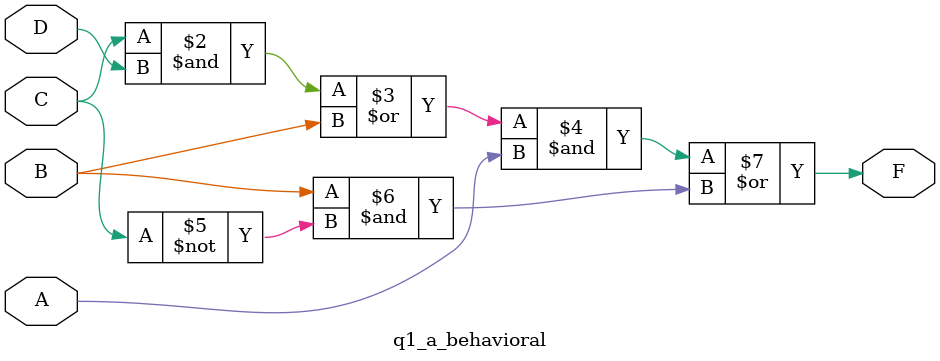
<source format=v>
`timescale 1ns / 1ps

module q1_a_behavioral(A, B, C, D, F);
    input wire A, B, C, D;
    output reg F;
    
    always@(*) begin
    
    F = (((C & D) | B) & A) | (B & ~C);
    
    end
    
endmodule


</source>
